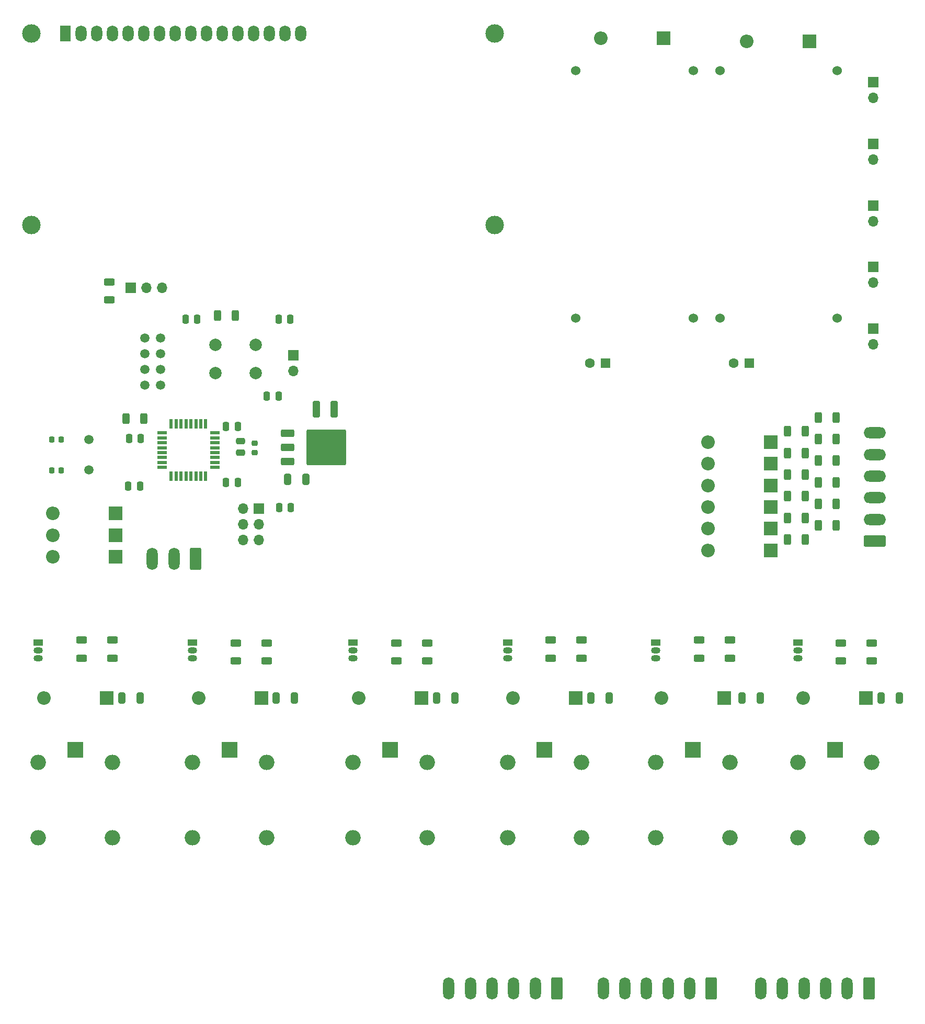
<source format=gbr>
%TF.GenerationSoftware,KiCad,Pcbnew,8.0.7*%
%TF.CreationDate,2025-02-23T09:23:24-08:00*%
%TF.ProjectId,M56Controller,4d353643-6f6e-4747-926f-6c6c65722e6b,rev?*%
%TF.SameCoordinates,Original*%
%TF.FileFunction,Soldermask,Top*%
%TF.FilePolarity,Negative*%
%FSLAX46Y46*%
G04 Gerber Fmt 4.6, Leading zero omitted, Abs format (unit mm)*
G04 Created by KiCad (PCBNEW 8.0.7) date 2025-02-23 09:23:24*
%MOMM*%
%LPD*%
G01*
G04 APERTURE LIST*
G04 Aperture macros list*
%AMRoundRect*
0 Rectangle with rounded corners*
0 $1 Rounding radius*
0 $2 $3 $4 $5 $6 $7 $8 $9 X,Y pos of 4 corners*
0 Add a 4 corners polygon primitive as box body*
4,1,4,$2,$3,$4,$5,$6,$7,$8,$9,$2,$3,0*
0 Add four circle primitives for the rounded corners*
1,1,$1+$1,$2,$3*
1,1,$1+$1,$4,$5*
1,1,$1+$1,$6,$7*
1,1,$1+$1,$8,$9*
0 Add four rect primitives between the rounded corners*
20,1,$1+$1,$2,$3,$4,$5,0*
20,1,$1+$1,$4,$5,$6,$7,0*
20,1,$1+$1,$6,$7,$8,$9,0*
20,1,$1+$1,$8,$9,$2,$3,0*%
G04 Aperture macros list end*
%ADD10RoundRect,0.250000X-0.475000X0.250000X-0.475000X-0.250000X0.475000X-0.250000X0.475000X0.250000X0*%
%ADD11RoundRect,0.250000X0.625000X-0.312500X0.625000X0.312500X-0.625000X0.312500X-0.625000X-0.312500X0*%
%ADD12C,2.000000*%
%ADD13R,1.500000X1.050000*%
%ADD14O,1.500000X1.050000*%
%ADD15R,2.200000X2.200000*%
%ADD16O,2.200000X2.200000*%
%ADD17RoundRect,0.250000X-0.250000X-0.475000X0.250000X-0.475000X0.250000X0.475000X-0.250000X0.475000X0*%
%ADD18R,1.700000X1.700000*%
%ADD19O,1.700000X1.700000*%
%ADD20RoundRect,0.225000X0.225000X0.250000X-0.225000X0.250000X-0.225000X-0.250000X0.225000X-0.250000X0*%
%ADD21RoundRect,0.250000X-0.325000X-0.650000X0.325000X-0.650000X0.325000X0.650000X-0.325000X0.650000X0*%
%ADD22RoundRect,0.250000X-0.325000X-1.100000X0.325000X-1.100000X0.325000X1.100000X-0.325000X1.100000X0*%
%ADD23RoundRect,0.250000X-0.625000X0.312500X-0.625000X-0.312500X0.625000X-0.312500X0.625000X0.312500X0*%
%ADD24RoundRect,0.250000X0.250000X0.475000X-0.250000X0.475000X-0.250000X-0.475000X0.250000X-0.475000X0*%
%ADD25C,1.524000*%
%ADD26RoundRect,0.250000X0.312500X0.625000X-0.312500X0.625000X-0.312500X-0.625000X0.312500X-0.625000X0*%
%ADD27R,1.600000X1.600000*%
%ADD28C,1.600000*%
%ADD29C,3.000000*%
%ADD30R,1.800000X2.600000*%
%ADD31O,1.800000X2.600000*%
%ADD32R,2.500000X2.500000*%
%ADD33O,2.500000X2.500000*%
%ADD34RoundRect,0.250000X0.650000X1.550000X-0.650000X1.550000X-0.650000X-1.550000X0.650000X-1.550000X0*%
%ADD35O,1.800000X3.600000*%
%ADD36RoundRect,0.250000X1.550000X-0.650000X1.550000X0.650000X-1.550000X0.650000X-1.550000X-0.650000X0*%
%ADD37O,3.600000X1.800000*%
%ADD38C,1.500000*%
%ADD39R,1.600000X0.550000*%
%ADD40R,0.550000X1.600000*%
%ADD41RoundRect,0.250000X-0.850000X-0.350000X0.850000X-0.350000X0.850000X0.350000X-0.850000X0.350000X0*%
%ADD42RoundRect,0.249997X-2.950003X-2.650003X2.950003X-2.650003X2.950003X2.650003X-2.950003X2.650003X0*%
%ADD43RoundRect,0.225000X-0.250000X0.225000X-0.250000X-0.225000X0.250000X-0.225000X0.250000X0.225000X0*%
%ADD44RoundRect,0.250000X-0.312500X-0.625000X0.312500X-0.625000X0.312500X0.625000X-0.312500X0.625000X0*%
G04 APERTURE END LIST*
D10*
%TO.C,C1*%
X56420000Y-88500000D03*
X56420000Y-90400000D03*
%TD*%
D11*
%TO.C,R13*%
X35120000Y-65712500D03*
X35120000Y-62787500D03*
%TD*%
D12*
%TO.C,SW1*%
X52370000Y-73000000D03*
X58870000Y-73000000D03*
X52370000Y-77500000D03*
X58870000Y-77500000D03*
%TD*%
D13*
%TO.C,Q5*%
X99633250Y-121107500D03*
D14*
X99633250Y-122377500D03*
X99633250Y-123647500D03*
%TD*%
D15*
%TO.C,D10*%
X142213250Y-95700000D03*
D16*
X132053250Y-95700000D03*
%TD*%
D17*
%TO.C,C13*%
X60670000Y-81250000D03*
X62570000Y-81250000D03*
%TD*%
D18*
%TO.C,J13*%
X158825000Y-70350000D03*
D19*
X158825000Y-72890000D03*
%TD*%
D20*
%TO.C,C4*%
X27395000Y-93250000D03*
X25845000Y-93250000D03*
%TD*%
D21*
%TO.C,C25*%
X62158250Y-130110000D03*
X65108250Y-130110000D03*
%TD*%
D22*
%TO.C,C6*%
X68645000Y-83350000D03*
X71595000Y-83350000D03*
%TD*%
D23*
%TO.C,R9*%
X111633250Y-120722500D03*
X111633250Y-123647500D03*
%TD*%
D24*
%TO.C,C19*%
X64470000Y-68850000D03*
X62570000Y-68850000D03*
%TD*%
D25*
%TO.C,U5*%
X129700000Y-28600000D03*
X110700000Y-28600000D03*
X129700000Y-68600000D03*
X110700000Y-68600000D03*
%TD*%
D26*
%TO.C,R18*%
X152845750Y-98700000D03*
X149920750Y-98700000D03*
%TD*%
D15*
%TO.C,D5*%
X110713250Y-130110000D03*
D16*
X100553250Y-130110000D03*
%TD*%
D26*
%TO.C,R17*%
X147845750Y-104450000D03*
X144920750Y-104450000D03*
%TD*%
D27*
%TO.C,C9*%
X115475000Y-75900000D03*
D28*
X112975000Y-75900000D03*
%TD*%
D21*
%TO.C,C26*%
X88158250Y-130110000D03*
X91108250Y-130110000D03*
%TD*%
D15*
%TO.C,D6*%
X34713250Y-130110000D03*
D16*
X24553250Y-130110000D03*
%TD*%
D13*
%TO.C,Q3*%
X123633250Y-121107500D03*
D14*
X123633250Y-122377500D03*
X123633250Y-123647500D03*
%TD*%
D29*
%TO.C,DS1*%
X22520900Y-22600000D03*
X22520900Y-53600700D03*
X97519480Y-53600700D03*
X97520000Y-22600000D03*
D30*
X28020000Y-22600000D03*
D31*
X30560000Y-22600000D03*
X33100000Y-22600000D03*
X35640000Y-22600000D03*
X38180000Y-22600000D03*
X40720000Y-22600000D03*
X43260000Y-22600000D03*
X45800000Y-22600000D03*
X48340000Y-22600000D03*
X50880000Y-22600000D03*
X53420000Y-22600000D03*
X55960000Y-22600000D03*
X58500000Y-22600000D03*
X61040000Y-22600000D03*
X63580000Y-22600000D03*
X66120000Y-22600000D03*
%TD*%
D15*
%TO.C,D3*%
X134713250Y-130110000D03*
D16*
X124553250Y-130110000D03*
%TD*%
D15*
%TO.C,D20*%
X148500000Y-23850000D03*
D16*
X138340000Y-23850000D03*
%TD*%
D32*
%TO.C,K6*%
X29633250Y-138482500D03*
D33*
X23633250Y-140482500D03*
X23633250Y-152682500D03*
X35633250Y-152682500D03*
X35633250Y-140482500D03*
%TD*%
D21*
%TO.C,C24*%
X37158250Y-130110000D03*
X40108250Y-130110000D03*
%TD*%
D17*
%TO.C,C16*%
X62670000Y-99250000D03*
X64570000Y-99250000D03*
%TD*%
D18*
%TO.C,J2*%
X59370000Y-99460000D03*
D19*
X56830000Y-99460000D03*
X59370000Y-102000000D03*
X56830000Y-102000000D03*
X59370000Y-104540000D03*
X56830000Y-104540000D03*
%TD*%
D24*
%TO.C,C14*%
X49370000Y-68850000D03*
X47470000Y-68850000D03*
%TD*%
D17*
%TO.C,C15*%
X38220000Y-95850000D03*
X40120000Y-95850000D03*
%TD*%
D15*
%TO.C,D16*%
X36200000Y-107250000D03*
D16*
X26040000Y-107250000D03*
%TD*%
D20*
%TO.C,C3*%
X27395000Y-88250000D03*
X25845000Y-88250000D03*
%TD*%
D34*
%TO.C,J14*%
X107633250Y-177110000D03*
D35*
X104133250Y-177110000D03*
X100633250Y-177110000D03*
X97133250Y-177110000D03*
X93633250Y-177110000D03*
X90133250Y-177110000D03*
%TD*%
D34*
%TO.C,J8*%
X132633250Y-177110000D03*
D35*
X129133250Y-177110000D03*
X125633250Y-177110000D03*
X122133250Y-177110000D03*
X118633250Y-177110000D03*
X115133250Y-177110000D03*
%TD*%
D26*
%TO.C,R19*%
X147845750Y-100950000D03*
X144920750Y-100950000D03*
%TD*%
D11*
%TO.C,R11*%
X106633250Y-123647500D03*
X106633250Y-120722500D03*
%TD*%
D15*
%TO.C,D7*%
X142213250Y-106200000D03*
D16*
X132053250Y-106200000D03*
%TD*%
D23*
%TO.C,R10*%
X35633250Y-120722500D03*
X35633250Y-123647500D03*
%TD*%
D21*
%TO.C,C5*%
X64045000Y-94742500D03*
X66995000Y-94742500D03*
%TD*%
D32*
%TO.C,K1*%
X152633250Y-138482500D03*
D33*
X146633250Y-140482500D03*
X146633250Y-152682500D03*
X158633250Y-152682500D03*
X158633250Y-140482500D03*
%TD*%
D26*
%TO.C,R20*%
X152845750Y-95200000D03*
X149920750Y-95200000D03*
%TD*%
D18*
%TO.C,J10*%
X158825000Y-60375000D03*
D19*
X158825000Y-62915000D03*
%TD*%
D11*
%TO.C,R8*%
X55633250Y-124110000D03*
X55633250Y-121185000D03*
%TD*%
D26*
%TO.C,R24*%
X152845750Y-88200000D03*
X149920750Y-88200000D03*
%TD*%
D15*
%TO.C,D1*%
X157633250Y-130110000D03*
D16*
X147473250Y-130110000D03*
%TD*%
D23*
%TO.C,R6*%
X60633250Y-121185000D03*
X60633250Y-124110000D03*
%TD*%
D18*
%TO.C,J12*%
X158825000Y-50400000D03*
D19*
X158825000Y-52940000D03*
%TD*%
D11*
%TO.C,R3*%
X153633250Y-124110000D03*
X153633250Y-121185000D03*
%TD*%
D13*
%TO.C,Q1*%
X146633250Y-121107500D03*
D14*
X146633250Y-122377500D03*
X146633250Y-123647500D03*
%TD*%
D15*
%TO.C,D19*%
X124910000Y-23350000D03*
D16*
X114750000Y-23350000D03*
%TD*%
D15*
%TO.C,D9*%
X142213250Y-99200000D03*
D16*
X132053250Y-99200000D03*
%TD*%
D26*
%TO.C,R22*%
X152845750Y-91700000D03*
X149920750Y-91700000D03*
%TD*%
D21*
%TO.C,C22*%
X137633250Y-130110000D03*
X140583250Y-130110000D03*
%TD*%
D34*
%TO.C,J9*%
X49120000Y-107607500D03*
D35*
X45620000Y-107607500D03*
X42120000Y-107607500D03*
%TD*%
D36*
%TO.C,J6*%
X159133250Y-104700000D03*
D37*
X159133250Y-101200000D03*
X159133250Y-97700000D03*
X159133250Y-94200000D03*
X159133250Y-90700000D03*
X159133250Y-87200000D03*
%TD*%
D15*
%TO.C,D17*%
X36200000Y-103750000D03*
D16*
X26040000Y-103750000D03*
%TD*%
D38*
%TO.C,Y1*%
X31870000Y-93200000D03*
X31870000Y-88320000D03*
%TD*%
D11*
%TO.C,R7*%
X130633250Y-123647500D03*
X130633250Y-120722500D03*
%TD*%
D15*
%TO.C,D8*%
X142213250Y-102700000D03*
D16*
X132053250Y-102700000D03*
%TD*%
D23*
%TO.C,R2*%
X86633250Y-121185000D03*
X86633250Y-124110000D03*
%TD*%
%TO.C,R1*%
X158633250Y-121185000D03*
X158633250Y-124110000D03*
%TD*%
D11*
%TO.C,R12*%
X30633250Y-123647500D03*
X30633250Y-120722500D03*
%TD*%
D26*
%TO.C,R23*%
X147845750Y-93950000D03*
X144920750Y-93950000D03*
%TD*%
D32*
%TO.C,K3*%
X105633250Y-138482500D03*
D33*
X99633250Y-140482500D03*
X99633250Y-152682500D03*
X111633250Y-152682500D03*
X111633250Y-140482500D03*
%TD*%
D26*
%TO.C,R27*%
X147845750Y-86950000D03*
X144920750Y-86950000D03*
%TD*%
D32*
%TO.C,K2*%
X129633250Y-138482500D03*
D33*
X123633250Y-140482500D03*
X123633250Y-152682500D03*
X135633250Y-152682500D03*
X135633250Y-140482500D03*
%TD*%
D39*
%TO.C,U1*%
X43720000Y-87200000D03*
X43720000Y-88000000D03*
X43720000Y-88800000D03*
X43720000Y-89600000D03*
X43720000Y-90400000D03*
X43720000Y-91200000D03*
X43720000Y-92000000D03*
X43720000Y-92800000D03*
D40*
X45170000Y-94250000D03*
X45970000Y-94250000D03*
X46770000Y-94250000D03*
X47570000Y-94250000D03*
X48370000Y-94250000D03*
X49170000Y-94250000D03*
X49970000Y-94250000D03*
X50770000Y-94250000D03*
D39*
X52220000Y-92800000D03*
X52220000Y-92000000D03*
X52220000Y-91200000D03*
X52220000Y-90400000D03*
X52220000Y-89600000D03*
X52220000Y-88800000D03*
X52220000Y-88000000D03*
X52220000Y-87200000D03*
D40*
X50770000Y-85750000D03*
X49970000Y-85750000D03*
X49170000Y-85750000D03*
X48370000Y-85750000D03*
X47570000Y-85750000D03*
X46770000Y-85750000D03*
X45970000Y-85750000D03*
X45170000Y-85750000D03*
%TD*%
D13*
%TO.C,Q2*%
X74633250Y-121107500D03*
D14*
X74633250Y-122377500D03*
X74633250Y-123647500D03*
%TD*%
D21*
%TO.C,C21*%
X160158250Y-130110000D03*
X163108250Y-130110000D03*
%TD*%
D11*
%TO.C,R4*%
X81633250Y-124110000D03*
X81633250Y-121185000D03*
%TD*%
D17*
%TO.C,C20*%
X54070000Y-86150000D03*
X55970000Y-86150000D03*
%TD*%
D41*
%TO.C,U3*%
X64020000Y-87242500D03*
X64020000Y-89522500D03*
D42*
X70320000Y-89522500D03*
D41*
X64020000Y-91802500D03*
%TD*%
D38*
%TO.C,U2*%
X40930000Y-79450000D03*
X40930000Y-76910000D03*
X40930000Y-74370000D03*
X40930000Y-71830000D03*
X43470000Y-79450000D03*
X43470000Y-76910000D03*
X43470000Y-74370000D03*
X43470000Y-71830000D03*
%TD*%
D18*
%TO.C,J5*%
X158825000Y-30450000D03*
D19*
X158825000Y-32990000D03*
%TD*%
D27*
%TO.C,C11*%
X138775000Y-75900000D03*
D28*
X136275000Y-75900000D03*
%TD*%
D43*
%TO.C,C2*%
X58720000Y-88875000D03*
X58720000Y-90425000D03*
%TD*%
D15*
%TO.C,D2*%
X85713250Y-130110000D03*
D16*
X75553250Y-130110000D03*
%TD*%
D13*
%TO.C,Q6*%
X23633250Y-121107500D03*
D14*
X23633250Y-122377500D03*
X23633250Y-123647500D03*
%TD*%
D23*
%TO.C,R5*%
X135633250Y-120722500D03*
X135633250Y-123647500D03*
%TD*%
D18*
%TO.C,J4*%
X158825000Y-40425000D03*
D19*
X158825000Y-42965000D03*
%TD*%
D15*
%TO.C,D12*%
X142213250Y-88700000D03*
D16*
X132053250Y-88700000D03*
%TD*%
D18*
%TO.C,J1*%
X38580000Y-63750000D03*
D19*
X41120000Y-63750000D03*
X43660000Y-63750000D03*
%TD*%
D26*
%TO.C,R16*%
X152845750Y-102200000D03*
X149920750Y-102200000D03*
%TD*%
D17*
%TO.C,C18*%
X38370000Y-88150000D03*
X40270000Y-88150000D03*
%TD*%
D32*
%TO.C,K4*%
X80633250Y-138482500D03*
D33*
X74633250Y-140482500D03*
X74633250Y-152682500D03*
X86633250Y-152682500D03*
X86633250Y-140482500D03*
%TD*%
D34*
%TO.C,J7*%
X158133250Y-177110000D03*
D35*
X154633250Y-177110000D03*
X151133250Y-177110000D03*
X147633250Y-177110000D03*
X144133250Y-177110000D03*
X140633250Y-177110000D03*
%TD*%
D13*
%TO.C,Q4*%
X48633250Y-121107500D03*
D14*
X48633250Y-122377500D03*
X48633250Y-123647500D03*
%TD*%
D26*
%TO.C,R26*%
X152845750Y-84700000D03*
X149920750Y-84700000D03*
%TD*%
D21*
%TO.C,C23*%
X113158250Y-130110000D03*
X116108250Y-130110000D03*
%TD*%
D44*
%TO.C,R14*%
X37837500Y-84900000D03*
X40762500Y-84900000D03*
%TD*%
D15*
%TO.C,D18*%
X36200000Y-100250000D03*
D16*
X26040000Y-100250000D03*
%TD*%
D15*
%TO.C,D4*%
X59793250Y-130110000D03*
D16*
X49633250Y-130110000D03*
%TD*%
D44*
%TO.C,R15*%
X52657500Y-68250000D03*
X55582500Y-68250000D03*
%TD*%
D32*
%TO.C,K5*%
X54633250Y-138482500D03*
D33*
X48633250Y-140482500D03*
X48633250Y-152682500D03*
X60633250Y-152682500D03*
X60633250Y-140482500D03*
%TD*%
D17*
%TO.C,C17*%
X54070000Y-95250000D03*
X55970000Y-95250000D03*
%TD*%
D15*
%TO.C,D11*%
X142213250Y-92200000D03*
D16*
X132053250Y-92200000D03*
%TD*%
D26*
%TO.C,R25*%
X147845750Y-90450000D03*
X144920750Y-90450000D03*
%TD*%
D25*
%TO.C,U4*%
X153000000Y-28600000D03*
X134000000Y-28600000D03*
X153000000Y-68600000D03*
X134000000Y-68600000D03*
%TD*%
D18*
%TO.C,J3*%
X64920000Y-74610000D03*
D19*
X64920000Y-77150000D03*
%TD*%
D26*
%TO.C,R21*%
X147845750Y-97450000D03*
X144920750Y-97450000D03*
%TD*%
M02*

</source>
